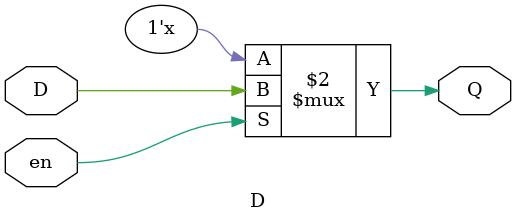
<source format=v>
module D (input D,input en,output reg Q);
    always@(D,en) begin
        if (en) Q<=D;
    end
endmodule
</source>
